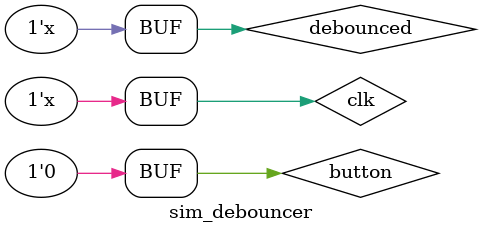
<source format=sv>
`timescale 1ns / 1ps


module sim_debouncer();
    
logic clk = 0;
logic button = 0;
logic debounced = 1'bx;

button_debouncer dut(.clk(clk), .button(button), .debounced(debounced));

always begin #5 clk = ~clk; end

initial begin
#5
button = 1;
#5
button = 0;
end

endmodule

</source>
